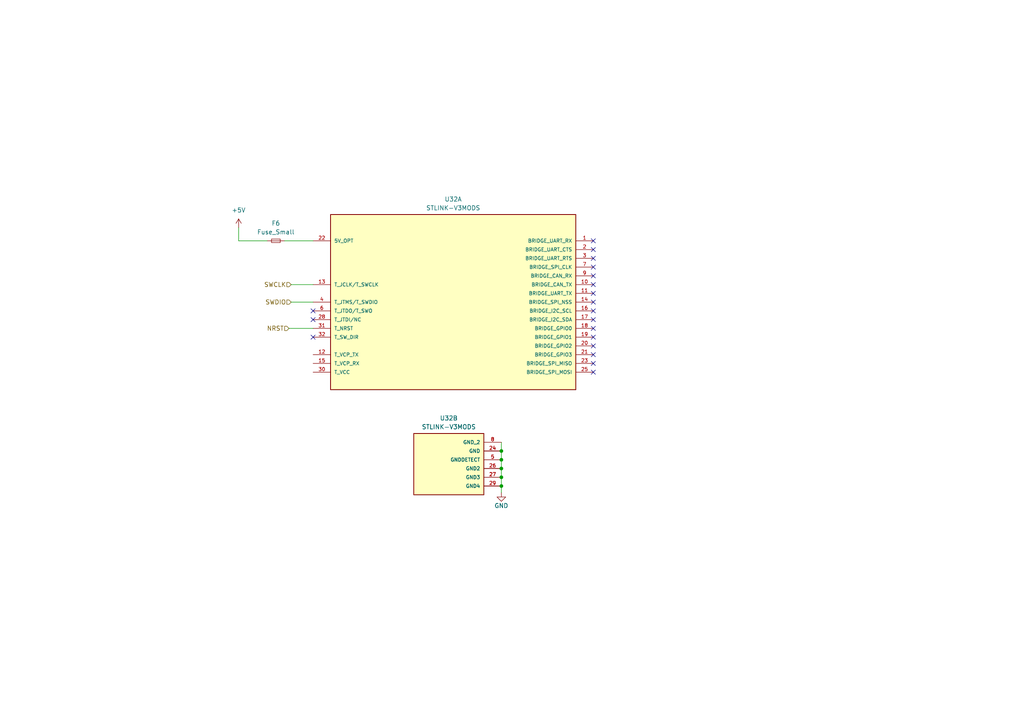
<source format=kicad_sch>
(kicad_sch (version 20230121) (generator eeschema)
  (paper "A4")
  (lib_symbols
    (symbol "Device:Fuse_Small" (pin_numbers hide) (pin_names (offset 0.254) hide)
      (property "Reference" "F" (at 0 -1.524 0))
      (property "Value" "Fuse_Small" (at 0 1.524 0))
      (symbol "Fuse_Small_0_1"
        (rectangle (start -1.27 0.508) (end 1.27 -0.508))
        (polyline (pts (xy -1.27 0) (xy 1.27 0)))
      )
      (symbol "Fuse_Small_1_1"
        (pin passive line (at -2.54 0 0) (length 1.27) (name "~") (number "1"))
        (pin passive line (at 2.54 0 180) (length 1.27) (name "~") (number "2"))
      )
    )
    (symbol "FrontBox:STLINK-V3MODS" (pin_names (offset 1.016))
      (property "Reference" "U" (at -35.56 26.162 0))
      (property "Value" "STLINK-V3MODS" (at -35.56 -27.94 0))
      (symbol "STLINK-V3MODS_1_0"
        (rectangle (start -35.56 -25.4) (end 35.56 25.4) (stroke (width 0.254)) (fill (type background)))
        (pin passive line (at 40.64 17.78 180) (length 5.08) (name "BRIDGE_UART_RX") (number "1"))
        (pin passive line (at 40.64 5.08 180) (length 5.08) (name "BRIDGE_CAN_TX") (number "10"))
        (pin passive line (at 40.64 2.54 180) (length 5.08) (name "BRIDGE_UART_TX") (number "11"))
        (pin passive line (at -40.64 -15.24 0) (length 5.08) (name "T_VCP_TX") (number "12"))
        (pin passive line (at -40.64 5.08 0) (length 5.08) (name "T_JCLK/T_SWCLK") (number "13"))
        (pin passive line (at 40.64 0 180) (length 5.08) (name "BRIDGE_SPI_NSS") (number "14"))
        (pin passive line (at -40.64 -17.78 0) (length 5.08) (name "T_VCP_RX") (number "15"))
        (pin bidirectional line (at 40.64 -2.54 180) (length 5.08) (name "BRIDGE_I2C_SCL") (number "16"))
        (pin bidirectional line (at 40.64 -5.08 180) (length 5.08) (name "BRIDGE_I2C_SDA") (number "17"))
        (pin bidirectional line (at 40.64 -7.62 180) (length 5.08) (name "BRIDGE_GPIO0") (number "18"))
        (pin bidirectional line (at 40.64 -10.16 180) (length 5.08) (name "BRIDGE_GPIO1") (number "19"))
        (pin passive line (at 40.64 15.24 180) (length 5.08) (name "BRIDGE_UART_CTS") (number "2"))
        (pin bidirectional line (at 40.64 -12.7 180) (length 5.08) (name "BRIDGE_GPIO2") (number "20"))
        (pin bidirectional line (at 40.64 -15.24 180) (length 5.08) (name "BRIDGE_GPIO3") (number "21"))
        (pin passive line (at -40.64 17.78 0) (length 5.08) (name "5V_OPT") (number "22"))
        (pin passive line (at 40.64 -17.78 180) (length 5.08) (name "BRIDGE_SPI_MISO") (number "23"))
        (pin passive line (at 40.64 -20.32 180) (length 5.08) (name "BRIDGE_SPI_MOSI") (number "25"))
        (pin passive line (at -40.64 -5.08 0) (length 5.08) (name "T_JTDI/NC") (number "28"))
        (pin passive line (at 40.64 12.7 180) (length 5.08) (name "BRIDGE_UART_RTS") (number "3"))
        (pin passive line (at -40.64 -20.32 0) (length 5.08) (name "T_VCC") (number "30"))
        (pin passive line (at -40.64 -7.62 0) (length 5.08) (name "T_NRST") (number "31"))
        (pin passive line (at -40.64 -10.16 0) (length 5.08) (name "T_SW_DIR") (number "32"))
        (pin passive line (at -40.64 0 0) (length 5.08) (name "T_JTMS/T_SWDIO") (number "4"))
        (pin passive line (at -40.64 -2.54 0) (length 5.08) (name "T_JTDO/T_SWO") (number "6"))
        (pin passive line (at 40.64 10.16 180) (length 5.08) (name "BRIDGE_SPI_CLK") (number "7"))
        (pin passive line (at 40.64 7.62 180) (length 5.08) (name "BRIDGE_CAN_RX") (number "9"))
      )
      (symbol "STLINK-V3MODS_2_0"
        (rectangle (start -10.16 -10.16) (end 10.16 7.62) (stroke (width 0.254)) (fill (type background)))
        (pin power_in line (at 15.24 2.54 180) (length 5.08) (name "GND") (number "24"))
        (pin power_in line (at 15.24 -2.54 180) (length 5.08) (name "GND2") (number "26"))
        (pin power_in line (at 15.24 -5.08 180) (length 5.08) (name "GND3") (number "27"))
        (pin power_in line (at 15.24 -7.62 180) (length 5.08) (name "GND4") (number "29"))
        (pin power_in line (at 15.24 0 180) (length 5.08) (name "GNDDETECT") (number "5"))
        (pin power_in line (at 15.24 5.08 180) (length 5.08) (name "GND_2") (number "8"))
      )
    )
    (symbol "power:+5V" (power) (pin_names (offset 0))
      (property "Value" "+5V" (at 0 3.556 0))
      (symbol "+5V_0_1"
        (polyline (pts (xy -0.762 1.27) (xy 0 2.54)))
        (polyline (pts (xy 0 0) (xy 0 2.54)))
        (polyline (pts (xy 0 2.54) (xy 0.762 1.27)))
      )
      (symbol "+5V_1_1"
        (pin power_in line (at 0 0 90) (length 0) hide (name "+5V") (number "1"))
      )
    )
    (symbol "power:GND" (power) (pin_names (offset 0))
      (property "Value" "GND" (at 0 -3.81 0))
      (symbol "GND_0_1"
        (polyline (pts (xy 0 0) (xy 0 -1.27) (xy 1.27 -1.27) (xy 0 -2.54) (xy -1.27 -1.27) (xy 0 -1.27)))
      )
      (symbol "GND_1_1"
        (pin power_in line (at 0 0 270) (length 0) hide (name "GND") (number "1"))
      )
    )
  )
  (junction (at 145.415 133.35))
  (junction (at 145.415 130.81))
  (junction (at 145.415 135.89))
  (junction (at 145.415 138.43))
  (junction (at 145.415 140.97))
  (no_connect (at 90.805 92.71))
  (no_connect (at 172.085 105.41))
  (no_connect (at 172.085 74.93))
  (no_connect (at 172.085 72.39))
  (no_connect (at 172.085 87.63))
  (no_connect (at 172.085 85.09))
  (no_connect (at 90.805 90.17))
  (no_connect (at 172.085 107.95))
  (no_connect (at 172.085 77.47))
  (no_connect (at 172.085 80.01))
  (no_connect (at 172.085 95.25))
  (no_connect (at 172.085 100.33))
  (no_connect (at 90.805 97.79))
  (no_connect (at 172.085 82.55))
  (no_connect (at 172.085 90.17))
  (no_connect (at 172.085 102.87))
  (no_connect (at 172.085 69.85))
  (no_connect (at 172.085 97.79))
  (no_connect (at 172.085 92.71))
  (wire (pts (xy 145.415 128.27) (xy 145.415 130.81)))
  (wire (pts (xy 82.55 69.85) (xy 90.805 69.85)))
  (wire (pts (xy 69.215 66.04) (xy 69.215 69.85)))
  (wire (pts (xy 84.455 87.63) (xy 90.805 87.63)))
  (wire (pts (xy 145.415 130.81) (xy 145.415 133.35)))
  (wire (pts (xy 145.415 135.89) (xy 145.415 138.43)))
  (wire (pts (xy 145.415 140.97) (xy 145.415 142.875)))
  (wire (pts (xy 145.415 138.43) (xy 145.415 140.97)))
  (wire (pts (xy 69.215 69.85) (xy 77.47 69.85)))
  (wire (pts (xy 145.415 133.35) (xy 145.415 135.89)))
  (wire (pts (xy 83.82 95.25) (xy 90.805 95.25)))
  (wire (pts (xy 84.455 82.55) (xy 90.805 82.55)))
  (hierarchical_label "SWDIO" (shape input) (at 84.455 87.63 180))
  (hierarchical_label "SWCLK" (shape input) (at 84.455 82.55 180))
  (hierarchical_label "NRST" (shape input) (at 83.82 95.25 180))
  (symbol (lib_id "FrontBox:STLINK-V3MODS") (at 130.175 133.35 0) (unit 2)
    (property "Reference" "U32" (at 130.175 121.285 0))
    (property "Value" "STLINK-V3MODS" (at 130.175 123.825 0))
    (property "Footprint" "Frontbox:MODULE_STLINK-V3MODS" (effects hide))
    (property "DigiKey_Part_Number" "497-STLINK-V3MODS-ND" (effects hide))
    (property "MF" "STMicroelectronics" (effects hide))
    (property "Purchase-URL" "https://www.snapeda.com/api/url_track_click_mouser/?unipart_id=4704654&manufacturer=STMicroelectronics&part_name=STLINK-V3MODS&search_term=stlink-v3mods" (effects hide))
    (property "Package" "None" (effects hide))
    (property "Check_prices" "https://www.snapeda.com/parts/STLINK-V3MODS/STMicroelectronics/view-part/?ref=eda" (effects hide))
    (property "STANDARD" "Manufacturer Recommendations" (effects hide))
    (property "PARTREV" "1" (effects hide))
    (property "SnapEDA_Link" "https://www.snapeda.com/parts/STLINK-V3MODS/STMicroelectronics/view-part/?ref=snap" (effects hide))
    (property "MP" "STLINK-V3MODS" (effects hide))
    (property "Description" "\nSTM32 series Debugger, Programmer (In-Circuit/In-System)\n" (effects hide))
    (property "MANUFACTURER" "ST Microelectronics" (effects hide))
  )
  (symbol (lib_id "Device:Fuse_Small") (at 80.01 69.85 0) (unit 1)
    (property "Reference" "F6" (at 80.01 64.77 0))
    (property "Value" "Fuse_Small" (at 80.01 67.31 0))
    (property "Footprint" "Fuse:Fuse_1206_3216Metric_Pad1.42x1.75mm_HandSolder" (effects hide))
  )
  (symbol (lib_id "power:+5V") (at 69.215 66.04 0) (unit 1)
    (property "Reference" "#PWR09" (effects hide))
    (property "Value" "+5V" (at 69.215 60.96 0))
  )
  (symbol (lib_id "FrontBox:STLINK-V3MODS") (at 131.445 87.63 0) (unit 1)
    (property "Reference" "U32" (at 131.445 57.785 0))
    (property "Value" "STLINK-V3MODS" (at 131.445 60.325 0))
    (property "Footprint" "Frontbox:MODULE_STLINK-V3MODS" (effects hide))
    (property "DigiKey_Part_Number" "497-STLINK-V3MODS-ND" (effects hide))
    (property "MF" "STMicroelectronics" (effects hide))
    (property "Purchase-URL" "https://www.snapeda.com/api/url_track_click_mouser/?unipart_id=4704654&manufacturer=STMicroelectronics&part_name=STLINK-V3MODS&search_term=stlink-v3mods" (effects hide))
    (property "Package" "None" (effects hide))
    (property "Check_prices" "https://www.snapeda.com/parts/STLINK-V3MODS/STMicroelectronics/view-part/?ref=eda" (effects hide))
    (property "STANDARD" "Manufacturer Recommendations" (effects hide))
    (property "PARTREV" "1" (effects hide))
    (property "SnapEDA_Link" "https://www.snapeda.com/parts/STLINK-V3MODS/STMicroelectronics/view-part/?ref=snap" (effects hide))
    (property "MP" "STLINK-V3MODS" (effects hide))
    (property "Description" "\nSTM32 series Debugger, Programmer (In-Circuit/In-System)\n" (effects hide))
    (property "MANUFACTURER" "ST Microelectronics" (effects hide))
  )
  (symbol (lib_id "power:GND") (at 145.415 142.875 0) (unit 1)
    (property "Reference" "#PWR010" (effects hide))
    (property "Value" "GND" (at 145.415 146.685 0))
  )
)
</source>
